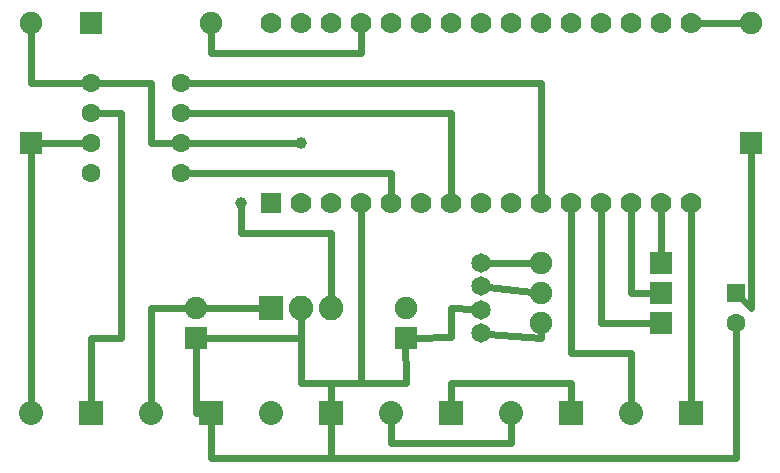
<source format=gbl>
G04 MADE WITH FRITZING*
G04 WWW.FRITZING.ORG*
G04 DOUBLE SIDED*
G04 HOLES PLATED*
G04 CONTOUR ON CENTER OF CONTOUR VECTOR*
%ASAXBY*%
%FSLAX23Y23*%
%MOIN*%
%OFA0B0*%
%SFA1.0B1.0*%
%ADD10C,0.070000*%
%ADD11C,0.063000*%
%ADD12C,0.075000*%
%ADD13C,0.080000*%
%ADD14C,0.082000*%
%ADD15C,0.039370*%
%ADD16C,0.065000*%
%ADD17C,0.062992*%
%ADD18R,0.070000X0.069972*%
%ADD19R,0.075000X0.075000*%
%ADD20R,0.080000X0.080000*%
%ADD21R,0.082000X0.082000*%
%ADD22R,0.062992X0.062992*%
%ADD23C,0.024000*%
%LNCOPPER0*%
G90*
G70*
G54D10*
X1033Y1148D03*
X1133Y1148D03*
X1233Y1148D03*
X1333Y1148D03*
X1433Y1148D03*
X1533Y1148D03*
X1633Y1148D03*
X1733Y1148D03*
X1833Y1148D03*
X1933Y1148D03*
X2033Y1148D03*
X2133Y1148D03*
X2233Y1148D03*
X2333Y1148D03*
X2433Y1148D03*
X1033Y1748D03*
X1133Y1748D03*
X1233Y1748D03*
X1333Y1748D03*
X1433Y1748D03*
X1533Y1748D03*
X1633Y1748D03*
X1733Y1748D03*
X1833Y1748D03*
X1933Y1748D03*
X2033Y1748D03*
X2133Y1748D03*
X2233Y1748D03*
X2333Y1748D03*
X2433Y1748D03*
G54D11*
X733Y1248D03*
X733Y1348D03*
X733Y1448D03*
X733Y1548D03*
X433Y1548D03*
X433Y1448D03*
X433Y1348D03*
X433Y1248D03*
G54D12*
X233Y1348D03*
X233Y1748D03*
X433Y1748D03*
X833Y1748D03*
G54D13*
X1633Y448D03*
X1433Y448D03*
X1233Y448D03*
X1033Y448D03*
X433Y448D03*
X233Y448D03*
X833Y448D03*
X633Y448D03*
X2433Y448D03*
X2233Y448D03*
X2033Y448D03*
X1833Y448D03*
G54D14*
X1033Y798D03*
X1133Y798D03*
X1233Y798D03*
G54D12*
X1483Y698D03*
X1483Y798D03*
X783Y698D03*
X783Y798D03*
G54D15*
X1133Y1348D03*
X933Y1148D03*
G54D12*
X2633Y1348D03*
X2633Y1748D03*
G54D16*
X1733Y712D03*
X1733Y791D03*
X1733Y869D03*
X1733Y948D03*
G54D17*
X2583Y847D03*
X2583Y748D03*
G54D12*
X2333Y748D03*
X1933Y748D03*
X2333Y848D03*
X1933Y848D03*
X2333Y948D03*
X1933Y948D03*
G54D18*
X1033Y1148D03*
G54D19*
X233Y1348D03*
X433Y1748D03*
G54D20*
X1633Y448D03*
X1233Y448D03*
X433Y448D03*
X833Y448D03*
X2433Y448D03*
X2033Y448D03*
G54D21*
X1033Y798D03*
G54D19*
X1483Y698D03*
X783Y698D03*
X2633Y1348D03*
G54D22*
X2583Y847D03*
G54D19*
X2333Y748D03*
X2333Y848D03*
X2333Y948D03*
G54D23*
X2433Y1119D02*
X2433Y479D01*
D02*
X1633Y479D02*
X1633Y548D01*
D02*
X2033Y548D02*
X2033Y479D01*
D02*
X1633Y548D02*
X2033Y548D01*
D02*
X1433Y417D02*
X1433Y348D01*
D02*
X1433Y348D02*
X1833Y348D01*
D02*
X1833Y348D02*
X1833Y417D01*
D02*
X406Y1348D02*
X262Y1348D01*
D02*
X233Y479D02*
X233Y1320D01*
D02*
X1933Y1177D02*
X1933Y1548D01*
D02*
X1933Y1548D02*
X760Y1548D01*
D02*
X706Y1348D02*
X633Y1348D01*
D02*
X633Y1548D02*
X460Y1548D01*
D02*
X633Y1348D02*
X633Y1548D01*
D02*
X1633Y1448D02*
X760Y1448D01*
D02*
X1633Y1177D02*
X1633Y1448D01*
D02*
X1433Y1248D02*
X760Y1248D01*
D02*
X1433Y1177D02*
X1433Y1248D01*
D02*
X1333Y1648D02*
X833Y1648D01*
D02*
X833Y1648D02*
X833Y1720D01*
D02*
X1333Y1719D02*
X1333Y1648D01*
D02*
X1114Y1348D02*
X760Y1348D01*
D02*
X1333Y548D02*
X1333Y1119D01*
D02*
X1485Y548D02*
X1481Y696D01*
D02*
X1333Y548D02*
X1485Y548D01*
D02*
X1481Y696D02*
X1463Y678D01*
D02*
X1233Y548D02*
X1333Y548D01*
D02*
X1233Y548D02*
X1233Y479D01*
D02*
X1133Y548D02*
X1233Y548D01*
D02*
X1133Y766D02*
X1133Y548D01*
D02*
X533Y696D02*
X533Y1448D01*
D02*
X533Y1448D02*
X460Y1448D01*
D02*
X433Y696D02*
X533Y696D01*
D02*
X433Y479D02*
X433Y696D01*
D02*
X233Y1548D02*
X406Y1548D01*
D02*
X233Y1720D02*
X233Y1548D01*
D02*
X933Y1048D02*
X1233Y1048D01*
D02*
X1233Y1048D02*
X1233Y830D01*
D02*
X933Y1129D02*
X933Y1048D01*
D02*
X2333Y1119D02*
X2333Y996D01*
D02*
X2333Y996D02*
X2333Y977D01*
D02*
X2233Y848D02*
X2305Y848D01*
D02*
X2233Y1119D02*
X2233Y848D01*
D02*
X2133Y748D02*
X2305Y748D01*
D02*
X2133Y1119D02*
X2133Y748D01*
D02*
X2033Y648D02*
X2233Y648D01*
D02*
X2033Y1119D02*
X2033Y948D01*
D02*
X2033Y948D02*
X2033Y648D01*
D02*
X2233Y648D02*
X2233Y479D01*
D02*
X1933Y696D02*
X1933Y720D01*
D02*
X1757Y710D02*
X1933Y696D01*
D02*
X1905Y851D02*
X1757Y867D01*
D02*
X1757Y948D02*
X1905Y948D01*
D02*
X1633Y700D02*
X1633Y796D01*
D02*
X1633Y796D02*
X1710Y792D01*
D02*
X1512Y698D02*
X1633Y700D01*
D02*
X2585Y296D02*
X2583Y721D01*
D02*
X1233Y298D02*
X2585Y296D01*
D02*
X1233Y417D02*
X1233Y298D01*
D02*
X2633Y798D02*
X2603Y828D01*
D02*
X2633Y1320D02*
X2633Y798D01*
D02*
X2533Y1748D02*
X2605Y1748D01*
D02*
X2462Y1748D02*
X2533Y1748D01*
D02*
X1133Y766D02*
X1133Y698D01*
D02*
X1133Y698D02*
X812Y698D01*
D02*
X783Y448D02*
X783Y670D01*
D02*
X802Y448D02*
X783Y448D01*
D02*
X633Y798D02*
X633Y479D01*
D02*
X755Y798D02*
X633Y798D01*
D02*
X1001Y798D02*
X812Y798D01*
D02*
X1233Y298D02*
X833Y298D01*
D02*
X833Y298D02*
X833Y417D01*
D02*
X1233Y417D02*
X1233Y298D01*
G04 End of Copper0*
M02*
</source>
